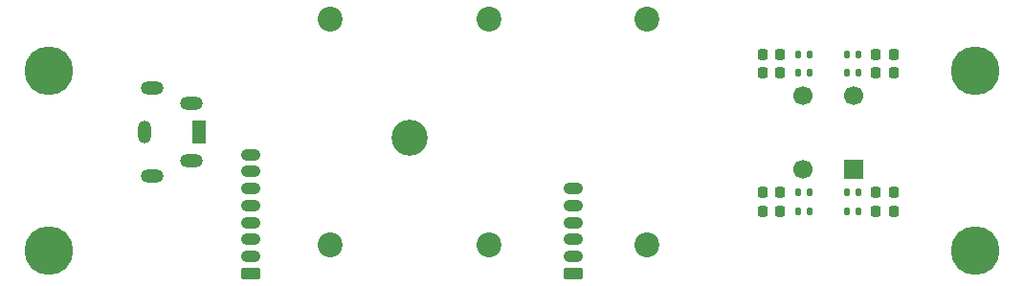
<source format=gbr>
%TF.GenerationSoftware,KiCad,Pcbnew,8.0.8*%
%TF.CreationDate,2025-01-30T12:00:52+07:00*%
%TF.ProjectId,CH170_FrontPanel,43483137-305f-4467-926f-6e7450616e65,rev?*%
%TF.SameCoordinates,Original*%
%TF.FileFunction,Soldermask,Bot*%
%TF.FilePolarity,Negative*%
%FSLAX46Y46*%
G04 Gerber Fmt 4.6, Leading zero omitted, Abs format (unit mm)*
G04 Created by KiCad (PCBNEW 8.0.8) date 2025-01-30 12:00:52*
%MOMM*%
%LPD*%
G01*
G04 APERTURE LIST*
G04 Aperture macros list*
%AMRoundRect*
0 Rectangle with rounded corners*
0 $1 Rounding radius*
0 $2 $3 $4 $5 $6 $7 $8 $9 X,Y pos of 4 corners*
0 Add a 4 corners polygon primitive as box body*
4,1,4,$2,$3,$4,$5,$6,$7,$8,$9,$2,$3,0*
0 Add four circle primitives for the rounded corners*
1,1,$1+$1,$2,$3*
1,1,$1+$1,$4,$5*
1,1,$1+$1,$6,$7*
1,1,$1+$1,$8,$9*
0 Add four rect primitives between the rounded corners*
20,1,$1+$1,$2,$3,$4,$5,0*
20,1,$1+$1,$4,$5,$6,$7,0*
20,1,$1+$1,$6,$7,$8,$9,0*
20,1,$1+$1,$8,$9,$2,$3,0*%
G04 Aperture macros list end*
%ADD10R,1.200000X2.000000*%
%ADD11O,2.000000X1.200000*%
%ADD12O,1.200000X2.000000*%
%ADD13C,3.200000*%
%ADD14C,2.200000*%
%ADD15C,4.300000*%
%ADD16RoundRect,0.218750X-0.218750X-0.256250X0.218750X-0.256250X0.218750X0.256250X-0.218750X0.256250X0*%
%ADD17RoundRect,0.250000X0.615000X-0.265000X0.615000X0.265000X-0.615000X0.265000X-0.615000X-0.265000X0*%
%ADD18O,1.730000X1.030000*%
%ADD19RoundRect,0.135000X0.135000X0.185000X-0.135000X0.185000X-0.135000X-0.185000X0.135000X-0.185000X0*%
%ADD20RoundRect,0.218750X0.218750X0.256250X-0.218750X0.256250X-0.218750X-0.256250X0.218750X-0.256250X0*%
%ADD21RoundRect,0.135000X-0.135000X-0.185000X0.135000X-0.185000X0.135000X0.185000X-0.135000X0.185000X0*%
%ADD22R,1.700000X1.700000*%
%ADD23C,1.700000*%
G04 APERTURE END LIST*
D10*
%TO.C,J101*%
X123742000Y-95736000D03*
D11*
X119592000Y-99636000D03*
X123092000Y-98286000D03*
D12*
X118942000Y-95736000D03*
D11*
X119592000Y-91836000D03*
X123092000Y-93186000D03*
%TD*%
D13*
%TO.C,H103*%
X142376000Y-96264000D03*
%TD*%
D14*
%TO.C,H105*%
X149342000Y-85736000D03*
%TD*%
D15*
%TO.C,H102*%
X110426000Y-106264000D03*
%TD*%
%TO.C,H107*%
X192426000Y-90264000D03*
%TD*%
D14*
%TO.C,H104*%
X135342000Y-85736000D03*
%TD*%
D15*
%TO.C,H108*%
X192426000Y-106264000D03*
%TD*%
D14*
%TO.C,H106*%
X163342000Y-85736000D03*
%TD*%
%TO.C,H111*%
X163342000Y-105736000D03*
%TD*%
%TO.C,H109*%
X135342000Y-105736000D03*
%TD*%
D15*
%TO.C,H101*%
X110426000Y-90264000D03*
%TD*%
D14*
%TO.C,H110*%
X149342000Y-105736000D03*
%TD*%
D16*
%TO.C,D106*%
X183579500Y-88849000D03*
X185154500Y-88849000D03*
%TD*%
D17*
%TO.C,J103*%
X156842000Y-108236000D03*
D18*
X156842000Y-106736000D03*
X156842000Y-105236000D03*
X156842000Y-103736000D03*
X156842000Y-102236000D03*
X156842000Y-100736000D03*
%TD*%
D19*
%TO.C,R105*%
X176698000Y-88849000D03*
X177718000Y-88849000D03*
%TD*%
D20*
%TO.C,D101*%
X173579499Y-101064000D03*
X175154501Y-101064000D03*
%TD*%
%TO.C,D105*%
X173579500Y-88849000D03*
X175154500Y-88849000D03*
%TD*%
D19*
%TO.C,R101*%
X177718000Y-101064000D03*
X176698000Y-101064000D03*
%TD*%
D17*
%TO.C,J102*%
X128342000Y-108236000D03*
D18*
X128342000Y-106736000D03*
X128342000Y-105236000D03*
X128342000Y-103736000D03*
X128342000Y-102236000D03*
X128342000Y-100736000D03*
X128342000Y-99236000D03*
X128342000Y-97736000D03*
%TD*%
D16*
%TO.C,D102*%
X185154501Y-90507000D03*
X183579499Y-90507000D03*
%TD*%
D21*
%TO.C,R108*%
X181016000Y-102715000D03*
X182036000Y-102715000D03*
%TD*%
%TO.C,R102*%
X182036000Y-90507000D03*
X181016000Y-90507000D03*
%TD*%
D16*
%TO.C,D103*%
X185154501Y-101064000D03*
X183579499Y-101064000D03*
%TD*%
D20*
%TO.C,D107*%
X175154500Y-102722000D03*
X173579500Y-102722000D03*
%TD*%
D22*
%TO.C,SW101*%
X181650727Y-98989262D03*
D23*
X181650727Y-92489262D03*
X177150727Y-98989262D03*
X177150727Y-92489262D03*
%TD*%
D20*
%TO.C,D104*%
X173579499Y-90507000D03*
X175154501Y-90507000D03*
%TD*%
D19*
%TO.C,R107*%
X177718000Y-102715000D03*
X176698000Y-102715000D03*
%TD*%
D16*
%TO.C,D108*%
X183579500Y-102722000D03*
X185154500Y-102722000D03*
%TD*%
D21*
%TO.C,R106*%
X182036000Y-88849000D03*
X181016000Y-88849000D03*
%TD*%
%TO.C,R103*%
X182038000Y-101064000D03*
X181018000Y-101064000D03*
%TD*%
D19*
%TO.C,R104*%
X177718000Y-90507000D03*
X176698000Y-90507000D03*
%TD*%
M02*

</source>
